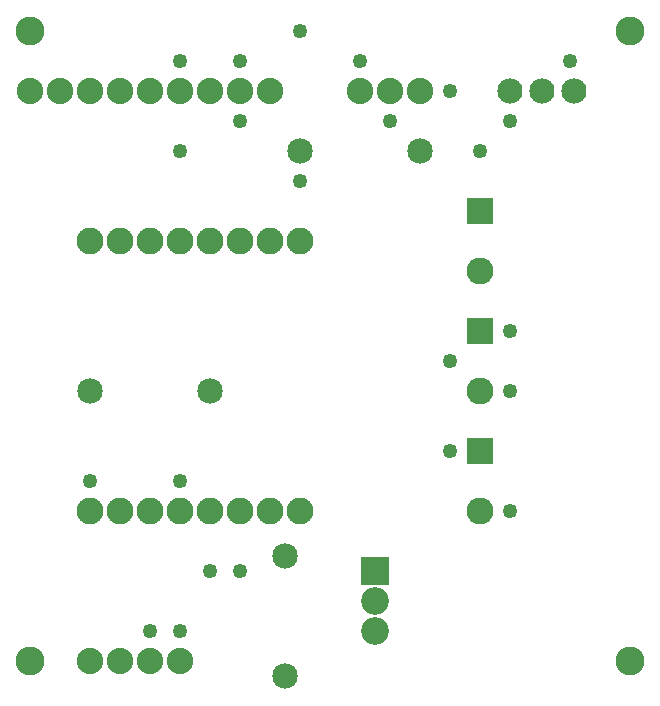
<source format=gts>
G04 MADE WITH FRITZING*
G04 WWW.FRITZING.ORG*
G04 DOUBLE SIDED*
G04 HOLES PLATED*
G04 CONTOUR ON CENTER OF CONTOUR VECTOR*
%ASAXBY*%
%FSLAX23Y23*%
%MOIN*%
%OFA0B0*%
%SFA1.0B1.0*%
%ADD10C,0.049370*%
%ADD11C,0.096614*%
%ADD12C,0.089391*%
%ADD13C,0.092000*%
%ADD14C,0.084000*%
%ADD15C,0.088000*%
%ADD16C,0.085000*%
%ADD17C,0.090000*%
%ADD18R,0.092000X0.092000*%
%ADD19R,0.090000X0.089986*%
%LNMASK1*%
G90*
G70*
G54D10*
X722Y1847D03*
X422Y747D03*
X722Y747D03*
X722Y2147D03*
X922Y2147D03*
X922Y1947D03*
X1322Y2147D03*
X1122Y1747D03*
X1422Y1947D03*
X2022Y2147D03*
X1622Y2047D03*
X1722Y1847D03*
X1822Y1947D03*
X1822Y1247D03*
X1822Y647D03*
X1822Y1047D03*
X1622Y1147D03*
X1622Y847D03*
X822Y447D03*
X622Y247D03*
X922Y447D03*
X722Y247D03*
X1122Y2247D03*
G54D11*
X2222Y2247D03*
X2222Y147D03*
X222Y147D03*
X222Y2247D03*
G54D12*
X1122Y1547D03*
X1022Y1547D03*
X922Y1547D03*
X822Y1547D03*
X722Y1547D03*
X622Y1547D03*
X522Y1547D03*
X422Y1547D03*
X422Y647D03*
X522Y647D03*
X622Y647D03*
X722Y647D03*
X822Y647D03*
X922Y647D03*
X1022Y647D03*
X1122Y647D03*
G54D13*
X1372Y447D03*
X1372Y347D03*
X1372Y247D03*
G54D14*
X1822Y2047D03*
X1929Y2047D03*
X2036Y2047D03*
X1822Y2047D03*
X1929Y2047D03*
X2036Y2047D03*
G54D15*
X722Y2047D03*
X622Y2047D03*
X522Y2047D03*
X422Y2047D03*
X322Y2047D03*
X222Y2047D03*
X822Y2047D03*
X922Y2047D03*
X1022Y2047D03*
X1322Y2047D03*
X1422Y2047D03*
X1522Y2047D03*
X422Y147D03*
X522Y147D03*
X622Y147D03*
X722Y147D03*
G54D16*
X1122Y1847D03*
X1522Y1847D03*
X1072Y97D03*
X1072Y497D03*
X822Y1047D03*
X422Y1047D03*
G54D17*
X1722Y1647D03*
X1722Y1447D03*
X1722Y1247D03*
X1722Y1047D03*
X1722Y847D03*
X1722Y647D03*
G54D18*
X1372Y447D03*
G54D19*
X1722Y1647D03*
X1722Y1247D03*
X1722Y847D03*
G04 End of Mask1*
M02*
</source>
